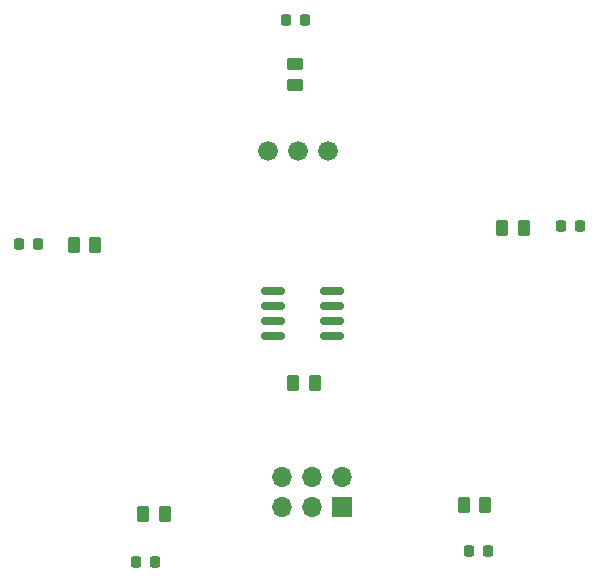
<source format=gbr>
%TF.GenerationSoftware,KiCad,Pcbnew,7.0.5-0*%
%TF.CreationDate,2024-04-01T07:30:38-07:00*%
%TF.ProjectId,StarNecklace,53746172-4e65-4636-9b6c-6163652e6b69,1*%
%TF.SameCoordinates,Original*%
%TF.FileFunction,Soldermask,Top*%
%TF.FilePolarity,Negative*%
%FSLAX46Y46*%
G04 Gerber Fmt 4.6, Leading zero omitted, Abs format (unit mm)*
G04 Created by KiCad (PCBNEW 7.0.5-0) date 2024-04-01 07:30:38*
%MOMM*%
%LPD*%
G01*
G04 APERTURE LIST*
G04 Aperture macros list*
%AMRoundRect*
0 Rectangle with rounded corners*
0 $1 Rounding radius*
0 $2 $3 $4 $5 $6 $7 $8 $9 X,Y pos of 4 corners*
0 Add a 4 corners polygon primitive as box body*
4,1,4,$2,$3,$4,$5,$6,$7,$8,$9,$2,$3,0*
0 Add four circle primitives for the rounded corners*
1,1,$1+$1,$2,$3*
1,1,$1+$1,$4,$5*
1,1,$1+$1,$6,$7*
1,1,$1+$1,$8,$9*
0 Add four rect primitives between the rounded corners*
20,1,$1+$1,$2,$3,$4,$5,0*
20,1,$1+$1,$4,$5,$6,$7,0*
20,1,$1+$1,$6,$7,$8,$9,0*
20,1,$1+$1,$8,$9,$2,$3,0*%
G04 Aperture macros list end*
%ADD10RoundRect,0.218750X0.218750X0.256250X-0.218750X0.256250X-0.218750X-0.256250X0.218750X-0.256250X0*%
%ADD11RoundRect,0.250000X0.262500X0.450000X-0.262500X0.450000X-0.262500X-0.450000X0.262500X-0.450000X0*%
%ADD12RoundRect,0.218750X-0.218750X-0.256250X0.218750X-0.256250X0.218750X0.256250X-0.218750X0.256250X0*%
%ADD13RoundRect,0.150000X-0.825000X-0.150000X0.825000X-0.150000X0.825000X0.150000X-0.825000X0.150000X0*%
%ADD14RoundRect,0.250000X-0.262500X-0.450000X0.262500X-0.450000X0.262500X0.450000X-0.262500X0.450000X0*%
%ADD15RoundRect,0.250000X0.450000X-0.262500X0.450000X0.262500X-0.450000X0.262500X-0.450000X-0.262500X0*%
%ADD16R,1.700000X1.700000*%
%ADD17O,1.700000X1.700000*%
%ADD18C,1.676400*%
G04 APERTURE END LIST*
D10*
%TO.C,D5*%
X113269500Y-84633800D03*
X111694500Y-84633800D03*
%TD*%
D11*
%TO.C,R5*%
X113040800Y-80671400D03*
X111215800Y-80671400D03*
%TD*%
D10*
%TO.C,D2*%
X75169500Y-58624200D03*
X73594500Y-58624200D03*
%TD*%
D12*
%TO.C,D3*%
X119441400Y-57100200D03*
X121016400Y-57100200D03*
%TD*%
D11*
%TO.C,R3*%
X116290100Y-57252600D03*
X114465100Y-57252600D03*
%TD*%
D12*
%TO.C,D4*%
X83462500Y-85500000D03*
X85037500Y-85500000D03*
%TD*%
D13*
%TO.C,U1*%
X95100000Y-62620000D03*
X95100000Y-63890000D03*
X95100000Y-65160000D03*
X95100000Y-66430000D03*
X100050000Y-66430000D03*
X100050000Y-65160000D03*
X100050000Y-63890000D03*
X100050000Y-62620000D03*
%TD*%
D11*
%TO.C,R6*%
X98612500Y-70350000D03*
X96787500Y-70350000D03*
%TD*%
D14*
%TO.C,R2*%
X78195800Y-58675000D03*
X80020800Y-58675000D03*
%TD*%
D15*
%TO.C,R1*%
X96940656Y-45181958D03*
X96940656Y-43356958D03*
%TD*%
D12*
%TO.C,D1*%
X96175000Y-39625000D03*
X97750000Y-39625000D03*
%TD*%
D14*
%TO.C,R4*%
X84087500Y-81500000D03*
X85912500Y-81500000D03*
%TD*%
D16*
%TO.C,J1*%
X100900000Y-80850000D03*
D17*
X100900000Y-78310000D03*
X98360000Y-80850000D03*
X98360000Y-78310000D03*
X95820000Y-80850000D03*
X95820000Y-78310000D03*
%TD*%
D18*
%TO.C,SW1*%
X99734656Y-50771858D03*
X97194656Y-50771858D03*
X94654656Y-50771858D03*
%TD*%
M02*

</source>
